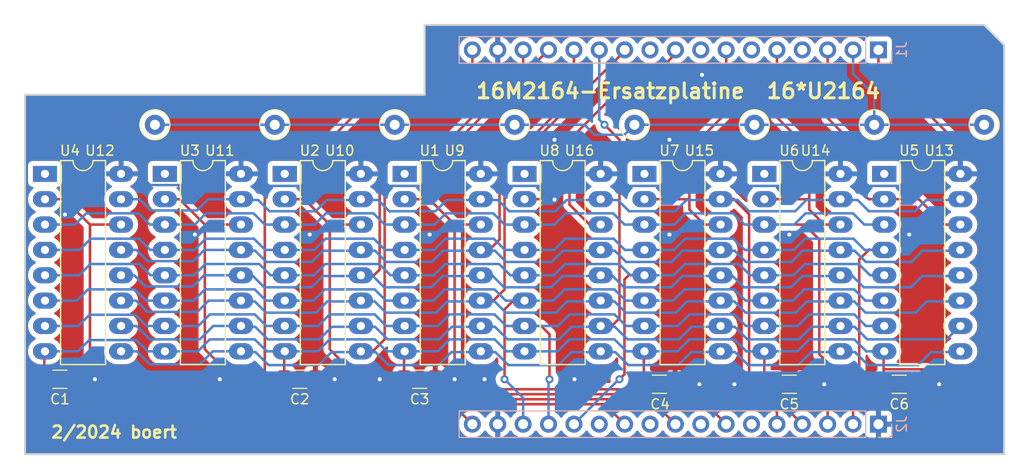
<source format=kicad_pcb>
(kicad_pcb (version 20221018) (generator pcbnew)
  (title_block (title "16M2164-Ersatzplatine") (date "5.2.2024") (rev "1") (company "KC-Klub"))
  (layers (0 "F.Cu" signal) (31 "B.Cu" signal) (34 "B.Paste" user) (35 "F.Paste" user) (36 "B.SilkS" user "B.Silkscreen") (37 "F.SilkS" user "F.Silkscreen") (38 "B.Mask" user) (39 "F.Mask" user) (44 "Edge.Cuts" user))
  (net 0 "")
  (net 1 "{slash}CAS1")
  (net 2 "D4")
  (net 4 "D5")
  (net 6 "D6")
  (net 8 "D7")
  (net 10 "A4")
  (net 11 "A5")
  (net 12 "A6")
  (net 13 "A7")
  (net 14 "A3")
  (net 15 "{slash}RAS")
  (net 16 "{slash}WE")
  (net 17 "{slash}CAS0")
  (net 18 "D0")
  (net 20 "D1")
  (net 22 "D2")
  (net 24 "D3")
  (net 26 "A0")
  (net 27 "A1")
  (net 28 "A2")
  (net 29 "+5V")
  (net 30 "GND")
  (footprint "Package_DIP:DIP-16_W7.62mm_LongPads" (layer "F.Cu") (at 183.24 94.92)
    (fp_text reference "U5")
    (fp_text value "U2164C")
  )
  (footprint "Package_DIP:DIP-16_W7.62mm_LongPads" (layer "F.Cu") (at 171.24 94.92)
    (fp_text reference "U14")
    (fp_text value "U2164C")
  )
  (footprint "Capacitor_SMD:C_1206_3216Metric_Pad1.33x1.80mm_HandSolder" (layer "F.Cu") (at 184.74 116)
    (fp_text reference "C6")
    (fp_text value "100nF")
  )
  (footprint "Package_DIP:DIP-16_W7.62mm_LongPads" (layer "F.Cu") (at 147.24 94.92)
    (fp_text reference "U8")
    (fp_text value "U2164C")
  )
  (footprint "Package_DIP:DIP-16_W7.62mm_LongPads" (layer "F.Cu") (at 147.24 94.92)
    (fp_text reference "U16")
    (fp_text value "U2164C")
  )
  (footprint "Package_DIP:DIP-16_W7.62mm_LongPads" (layer "F.Cu") (at 159.24 94.92)
    (fp_text reference "U7")
    (fp_text value "U2164C")
  )
  (footprint "Package_DIP:DIP-16_W7.62mm_LongPads" (layer "F.Cu") (at 111.24 94.92)
    (fp_text reference "U11")
    (fp_text value "U2164C")
  )
  (footprint "Capacitor_SMD:C_1206_3216Metric_Pad1.33x1.80mm_HandSolder" (layer "F.Cu") (at 173.74 116)
    (fp_text reference "C5")
    (fp_text value "100nF")
  )
  (footprint "Package_DIP:DIP-16_W7.62mm_LongPads" (layer "F.Cu") (at 135.24 94.92)
    (fp_text reference "U1")
    (fp_text value "U2164C")
  )
  (footprint "TestPoint:TestPoint_Loop_D1.80mm_Drill1.0mm_Beaded" (layer "F.Cu") (at 182.24 90 -90)
    (fp_text reference "TP2" hide)
    (fp_text value "TestPoint" hide)
  )
  (footprint "Package_DIP:DIP-16_W7.62mm_LongPads" (layer "F.Cu") (at 99.24 94.92)
    (fp_text reference "U12")
    (fp_text value "U2164C")
  )
  (footprint "TestPoint:TestPoint_Loop_D1.80mm_Drill1.0mm_Beaded" (layer "F.Cu") (at 122.24 90 -90)
    (fp_text reference "TP7" hide)
    (fp_text value "TestPoint" hide)
  )
  (footprint "Capacitor_SMD:C_1206_3216Metric_Pad1.33x1.80mm_HandSolder" (layer "F.Cu") (at 124.74 115.5)
    (fp_text reference "C2")
    (fp_text value "100nF")
  )
  (footprint "Package_DIP:DIP-16_W7.62mm_LongPads" (layer "F.Cu") (at 123.24 94.92)
    (fp_text reference "U2")
    (fp_text value "U2164C")
  )
  (footprint "Capacitor_SMD:C_1206_3216Metric_Pad1.33x1.80mm_HandSolder" (layer "F.Cu") (at 100.74 115.5)
    (fp_text reference "C1")
    (fp_text value "100nF")
  )
  (footprint "Capacitor_SMD:C_1206_3216Metric_Pad1.33x1.80mm_HandSolder" (layer "F.Cu") (at 136.74 115.5)
    (fp_text reference "C3")
    (fp_text value "100nF")
  )
  (footprint "Package_DIP:DIP-16_W7.62mm_LongPads" (layer "F.Cu") (at 159.24 94.92)
    (fp_text reference "U15")
    (fp_text value "U2164C")
  )
  (footprint "TestPoint:TestPoint_Loop_D1.80mm_Drill1.0mm_Beaded" (layer "F.Cu") (at 146.24 90 -90)
    (fp_text reference "TP5" hide)
    (fp_text value "TestPoint" hide)
  )
  (footprint "TestPoint:TestPoint_Loop_D1.80mm_Drill1.0mm_Beaded" (layer "F.Cu") (at 158.24 90 -90)
    (fp_text reference "TP4" hide)
    (fp_text value "TestPoint" hide)
  )
  (footprint "Package_DIP:DIP-16_W7.62mm_LongPads" (layer "F.Cu") (at 123.24 94.92)
    (fp_text reference "U10")
    (fp_text value "U2164C")
  )
  (footprint "Package_DIP:DIP-16_W7.62mm_LongPads" (layer "F.Cu") (at 111.24 94.92)
    (fp_text reference "U3")
    (fp_text value "U2164C")
  )
  (footprint "TestPoint:TestPoint_Loop_D1.80mm_Drill1.0mm_Beaded" (layer "F.Cu") (at 110.24 90 -90)
    (fp_text reference "TP8" hide)
    (fp_text value "TestPoint" hide)
  )
  (footprint "Package_DIP:DIP-16_W7.62mm_LongPads" (layer "F.Cu") (at 135.24 94.92)
    (fp_text reference "U9")
    (fp_text value "U2164C")
  )
  (footprint "Capacitor_SMD:C_1206_3216Metric_Pad1.33x1.80mm_HandSolder" (layer "F.Cu") (at 160.74 116)
    (fp_text reference "C4")
    (fp_text value "100nF")
  )
  (footprint "TestPoint:TestPoint_Loop_D1.80mm_Drill1.0mm_Beaded" (layer "F.Cu") (at 193.24 90 -90)
    (fp_text reference "TP1" hide)
    (fp_text value "TestPoint" hide)
  )
  (footprint "TestPoint:TestPoint_Loop_D1.80mm_Drill1.0mm_Beaded" (layer "F.Cu") (at 134.24 90 -90)
    (fp_text reference "TP6" hide)
    (fp_text value "TestPoint" hide)
  )
  (footprint "Package_DIP:DIP-16_W7.62mm_LongPads" (layer "F.Cu") (at 99.24 94.92)
    (fp_text reference "U4")
    (fp_text value "U2164C")
  )
  (footprint "TestPoint:TestPoint_Loop_D1.80mm_Drill1.0mm_Beaded" (layer "F.Cu") (at 170.24 90 -90)
    (fp_text reference "TP3" hide)
    (fp_text value "TestPoint" hide)
  )
  (footprint "Package_DIP:DIP-16_W7.62mm_LongPads" (layer "F.Cu") (at 171.24 94.92)
    (fp_text reference "U6")
    (fp_text value "U2164C")
  )
  (footprint "Package_DIP:DIP-16_W7.62mm_LongPads" (layer "F.Cu") (at 183.24 94.92)
    (fp_text reference "U13")
    (fp_text value "U2164C")
  )
  (footprint "Connector_PinHeader_2.54mm:PinHeader_1x17_P2.54mm_Vertical" (layer "B.Cu") (at 182.66 120 90)
    (fp_text reference "J2")
    (fp_text value "Conn_01x17")
  )
  (footprint "Connector_PinHeader_2.54mm:PinHeader_1x17_P2.54mm_Vertical" (layer "B.Cu") (at 182.66 82.5 90)
    (fp_text reference "J1")
    (fp_text value "Conn_01x17")
  )
  (gr_line (start 137.24 80) (end 193.24 80) (stroke (width 0.2)) (layer "Edge.Cuts"))
  (gr_line (start 193.24 80) (end 195.24 82) (stroke (width 0.2)) (layer "Edge.Cuts"))
  (gr_line (start 97.24 87) (end 137.24 87) (stroke (width 0.2)) (layer "Edge.Cuts"))
  (gr_line (start 137.24 87) (end 137.24 80) (stroke (width 0.2)) (layer "Edge.Cuts"))
  (gr_line (start 195.24 123) (end 97.24 123) (stroke (width 0.2)) (layer "Edge.Cuts"))
  (gr_line (start 195.24 82) (end 195.24 123) (stroke (width 0.2)) (layer "Edge.Cuts"))
  (gr_line (start 97.24 123) (end 97.24 87) (stroke (width 0.2)) (layer "Edge.Cuts"))
  (gr_text "2/2024 boert" (at 99.74 121.5) (layer "F.SilkS") (effects (font (size 1.2 1.2) (thickness 0.25) bold) (justify left bottom)))
  (gr_text "16M2164-Ersatzplatine  16*U2164" (at 142.24 87.5) (layer "F.SilkS") (effects (font (size 1.5 1.5) (thickness 0.3) bold) (justify left bottom)))
  (segment (start 158.24 90) (end 170.24 90) (width 0.25) (layer "B.Cu") (net 1))
  (segment (start 146.24 90) (end 153.24 90) (width 0.25) (layer "B.Cu") (net 1))
  (segment (start 180.12 82.5) (end 180.12 84.88) (width 0.25) (layer "B.Cu") (net 1))
  (segment (start 154.24 91) (end 157.24 91) (width 0.25) (layer "B.Cu") (net 1))
  (segment (start 153.24 90) (end 154.24 91) (width 0.25) (layer "B.Cu") (net 1))
  (segment (start 122.24 90) (end 134.24 90) (width 0.25) (layer "B.Cu") (net 1))
  (segment (start 134.24 90) (end 146.24 90) (width 0.25) (layer "B.Cu") (net 1))
  (segment (start 193.24 90) (end 181.24 90) (width 0.25) (layer "B.Cu") (net 1))
  (segment (start 180.12 84.88) (end 182.24 87) (width 0.25) (layer "B.Cu") (net 1))
  (segment (start 157.24 91) (end 158.24 90) (width 0.25) (layer "B.Cu") (net 1))
  (segment (start 182.24 87) (end 182.24 90) (width 0.25) (layer "B.Cu") (net 1))
  (segment (start 110.24 90) (end 122.24 90) (width 0.25) (layer "B.Cu") (net 1))
  (segment (start 170.24 90) (end 182.24 90) (width 0.25) (layer "B.Cu") (net 1))
  (segment (start 177.58 82.5) (end 177.58 85.34) (width 0.25) (layer "F.Cu") (net 2))
  (segment (start 183.24 97.46) (end 186.7 97.46) (width 0.25) (layer "F.Cu") (net 2))
  (segment (start 181.7 97.46) (end 183.24 97.46) (width 0.25) (layer "F.Cu") (net 2))
  (segment (start 177.58 85.34) (end 177.58 89.34) (width 0.25) (layer "F.Cu") (net 2))
  (segment (start 189.24 100) (end 190.86 100) (width 0.25) (layer "F.Cu") (net 2))
  (segment (start 186.74 97.5) (end 189.24 100) (width 0.25) (layer "F.Cu") (net 2))
  (segment (start 177.58 89.34) (end 181.24 93) (width 0.25) (layer "F.Cu") (net 2))
  (segment (start 181.24 93) (end 181.24 97) (width 0.25) (layer "F.Cu") (net 2))
  (segment (start 181.24 97) (end 181.7 97.46) (width 0.25) (layer "F.Cu") (net 2))
  (segment (start 186.7 97.46) (end 186.74 97.5) (width 0.25) (layer "F.Cu") (net 2))
  (segment (start 177.24 100) (end 178.86 100) (width 0.25) (layer "F.Cu") (net 4))
  (segment (start 172.5 82.5) (end 172.5 89.26) (width 0.25) (layer "F.Cu") (net 4))
  (segment (start 175.74 97.5) (end 175.74 98.5) (width 0.25) (layer "F.Cu") (net 4))
  (segment (start 175.74 92.5) (end 175.74 97.5) (width 0.25) (layer "F.Cu") (net 4))
  (segment (start 172.5 89.26) (end 175.74 92.5) (width 0.25) (layer "F.Cu") (net 4))
  (segment (start 175.7 97.46) (end 175.74 97.5) (width 0.25) (layer "F.Cu") (net 4))
  (segment (start 175.74 98.5) (end 177.24 100) (width 0.25) (layer "F.Cu") (net 4))
  (segment (start 171.24 97.46) (end 175.7 97.46) (width 0.25) (layer "F.Cu") (net 4))
  (segment (start 163.74 92.5) (end 163.74 97.5) (width 0.25) (layer "F.Cu") (net 6))
  (segment (start 163.74 98.5) (end 165.24 100) (width 0.25) (layer "F.Cu") (net 6))
  (segment (start 163.74 97.5) (end 163.74 98.5) (width 0.25) (layer "F.Cu") (net 6))
  (segment (start 165.24 100) (end 166.86 100) (width 0.25) (layer "F.Cu") (net 6))
  (segment (start 163.7 97.46) (end 163.74 97.5) (width 0.25) (layer "F.Cu") (net 6))
  (segment (start 167.42 88.82) (end 163.74 92.5) (width 0.25) (layer "F.Cu") (net 6))
  (segment (start 159.24 97.46) (end 163.7 97.46) (width 0.25) (layer "F.Cu") (net 6))
  (segment (start 167.42 82.5) (end 167.42 88.82) (width 0.25) (layer "F.Cu") (net 6))
  (segment (start 151.74 96.88) (end 151.74 98) (width 0.25) (layer "F.Cu") (net 8))
  (segment (start 150.74 95.5) (end 151.74 95.5) (width 0.25) (layer "F.Cu") (net 8))
  (segment (start 162.34 82.5) (end 162.34 82.9) (width 0.25) (layer "F.Cu") (net 8))
  (segment (start 151.74 95.5) (end 151.74 96.88) (width 0.25) (layer "F.Cu") (net 8))
  (segment (start 147.24 97.46) (end 148.78 97.46) (width 0.25) (layer "F.Cu") (net 8))
  (segment (start 162.34 82.9) (end 157.74 87.5) (width 0.25) (layer "F.Cu") (net 8))
  (segment (start 155.74 87.5) (end 151.74 91.5) (width 0.25) (layer "F.Cu") (net 8))
  (segment (start 157.74 87.5) (end 155.74 87.5) (width 0.25) (layer "F.Cu") (net 8))
  (segment (start 153.74 100) (end 154.86 100) (width 0.25) (layer "F.Cu") (net 8))
  (segment (start 148.78 97.46) (end 150.74 95.5) (width 0.25) (layer "F.Cu") (net 8))
  (segment (start 151.74 91.5) (end 151.74 95.5) (width 0.25) (layer "F.Cu") (net 8))
  (segment (start 151.74 98) (end 153.74 100) (width 0.25) (layer "F.Cu") (net 8))
  (segment (start 144.12 107.62) (end 142.86 107.62) (width 0.25) (layer "F.Cu") (net 10))
  (segment (start 145.24 106.5) (end 144.12 107.62) (width 0.25) (layer "F.Cu") (net 10))
  (segment (start 157.26 82.616396) (end 147.376396 92.5) (width 0.25) (layer "F.Cu") (net 10))
  (segment (start 146.625 92.5) (end 145.24 93.885) (width 0.25) (layer "F.Cu") (net 10))
  (segment (start 157.26 82.5) (end 157.26 82.616396) (width 0.25) (layer "F.Cu") (net 10))
  (segment (start 145.24 93.885) (end 145.24 106.5) (width 0.25) (layer "F.Cu") (net 10))
  (segment (start 147.376396 92.5) (end 146.625 92.5) (width 0.25) (layer "F.Cu") (net 10))
  (segment (start 178.74 107.7) (end 180.24 107.7) (width 0.25) (layer "B.Cu") (net 10))
  (segment (start 126.375 108.825) (end 127.5 107.7) (width 0.25) (layer "B.Cu") (net 10))
  (segment (start 133.365 108.825) (end 138.375 108.825) (width 0.25) (layer "B.Cu") (net 10))
  (segment (start 109.485 108.745) (end 114.495 108.745) (width 0.25) (layer "B.Cu") (net 10))
  (segment (start 139.5 107.7) (end 142.74 107.7) (width 0.25) (layer "B.Cu") (net 10))
  (segment (start 180.24 107.7) (end 181.365 108.825) (width 0.25) (layer "B.Cu") (net 10))
  (segment (start 144.24 107.7) (end 145.365 108.825) (width 0.25) (layer "B.Cu") (net 10))
  (segment (start 151.5 107.7) (end 154.74 107.7) (width 0.25) (layer "B.Cu") (net 10))
  (segment (start 157.365 108.825) (end 162.375 108.825) (width 0.25) (layer "B.Cu") (net 10))
  (segment (start 138.375 108.825) (end 139.5 107.7) (width 0.25) (layer "B.Cu") (net 10))
  (segment (start 150.375 108.825) (end 151.5 107.7) (width 0.25) (layer "B.Cu") (net 10))
  (segment (start 127.5 107.7) (end 130.74 107.7) (width 0.25) (layer "B.Cu") (net 10))
  (segment (start 168.24 107.7) (end 169.365 108.825) (width 0.25) (layer "B.Cu") (net 10))
  (segment (start 114.495 108.745) (end 115.62 107.62) (width 0.25) (layer "B.Cu") (net 10))
  (segment (start 108.36 107.62) (end 109.485 108.745) (width 0.25) (layer "B.Cu") (net 10))
  (segment (start 154.74 107.7) (end 156.24 107.7) (width 0.25) (layer "B.Cu") (net 10))
  (segment (start 169.365 108.825) (end 174.375 108.825) (width 0.25) (layer "B.Cu") (net 10))
  (segment (start 121.365 108.825) (end 126.375 108.825) (width 0.25) (layer "B.Cu") (net 10))
  (segment (start 132.24 107.7) (end 133.365 108.825) (width 0.25) (layer "B.Cu") (net 10))
  (segment (start 174.375 108.825) (end 175.5 107.7) (width 0.25) (layer "B.Cu") (net 10))
  (segment (start 142.74 107.7) (end 144.24 107.7) (width 0.25) (layer "B.Cu") (net 10))
  (segment (start 187.5 107.7) (end 190.74 107.7) (width 0.25) (layer "B.Cu") (net 10))
  (segment (start 118.74 107.7) (end 120.24 107.7) (width 0.25) (layer "B.Cu") (net 10))
  (segment (start 166.74 107.7) (end 168.24 107.7) (width 0.25) (layer "B.Cu") (net 10))
  (segment (start 120.24 107.7) (end 121.365 108.825) (width 0.25) (layer "B.Cu") (net 10))
  (segment (start 115.62 107.62) (end 118.86 107.62) (width 0.25) (layer "B.Cu") (net 10))
  (segment (start 163.5 107.7) (end 166.74 107.7) (width 0.25) (layer "B.Cu") (net 10))
  (segment (start 156.24 107.7) (end 157.365 108.825) (width 0.25) (layer "B.Cu") (net 10))
  (segment (start 181.365 108.825) (end 186.375 108.825) (width 0.25) (layer "B.Cu") (net 10))
  (segment (start 145.365 108.825) (end 150.375 108.825) (width 0.25) (layer "B.Cu") (net 10))
  (segment (start 175.5 107.7) (end 178.74 107.7) (width 0.25) (layer "B.Cu") (net 10))
  (segment (start 130.74 107.7) (end 132.24 107.7) (width 0.25) (layer "B.Cu") (net 10))
  (segment (start 162.375 108.825) (end 163.5 107.7) (width 0.25) (layer "B.Cu") (net 10))
  (segment (start 106.86 107.62) (end 108.36 107.62) (width 0.25) (layer "B.Cu") (net 10))
  (segment (start 186.375 108.825) (end 187.5 107.7) (width 0.25) (layer "B.Cu") (net 10))
  (segment (start 155.97 110.16) (end 154.86 110.16) (width 0.25) (layer "F.Cu") (net 11))
  (segment (start 155.24 90) (end 156.74 91.5) (width 0.25) (layer "F.Cu") (net 11))
  (segment (start 156.74 91.5) (end 156.74 109.39) (width 0.25) (layer "F.Cu") (net 11))
  (segment (start 156.74 109.39) (end 155.97 110.16) (width 0.25) (layer "F.Cu") (net 11))
  (via (at 155.24 90) (size 0.8) (drill 0.4) (layers "F.Cu" "B.Cu") (net 11))
  (segment (start 114.74 111.5) (end 116.08 110.16) (width 0.25) (layer "B.Cu") (net 11))
  (segment (start 139.96 110.24) (end 144.28 110.24) (width 0.25) (layer "B.Cu") (net 11))
  (segment (start 175.96 110.24) (end 180.28 110.24) (width 0.25) (layer "B.Cu") (net 11))
  (segment (start 162.7 111.5) (end 163.96 110.24) (width 0.25) (layer "B.Cu") (net 11))
  (segment (start 144.28 110.24) (end 145.54 111.5) (width 0.25) (layer "B.Cu") (net 11))
  (segment (start 163.96 110.24) (end 168.28 110.24) (width 0.25) (layer "B.Cu") (net 11))
  (segment (start 157.54 111.5) (end 162.7 111.5) (width 0.25) (layer "B.Cu") (net 11))
  (segment (start 106.86 110.16) (end 108.4 110.16) (width 0.25) (layer "B.Cu") (net 11))
  (segment (start 151.96 110.24) (end 156.28 110.24) (width 0.25) (layer "B.Cu") (net 11))
  (segment (start 120.28 110.24) (end 121.54 111.5) (width 0.25) (layer "B.Cu") (net 11))
  (segment (start 116.08 110.16) (end 118.86 110.16) (width 0.25) (layer "B.Cu") (net 11))
  (segment (start 108.4 110.16) (end 109.74 111.5) (width 0.25) (layer "B.Cu") (net 11))
  (segment (start 168.28 110.24) (end 169.54 111.5) (width 0.25) (layer "B.Cu") (net 11))
  (segment (start 127.96 110.24) (end 132.28 110.24) (width 0.25) (layer "B.Cu") (net 11))
  (segment (start 126.7 111.5) (end 127.96 110.24) (width 0.25) (layer "B.Cu") (net 11))
  (segment (start 133.54 111.5) (end 138.7 111.5) (width 0.25) (layer "B.Cu") (net 11))
  (segment (start 181.54 111.5) (end 189.48 111.5) (width 0.25) (layer "B.Cu") (net 11))
  (segment (start 109.74 111.5) (end 114.74 111.5) (width 0.25) (layer "B.Cu") (net 11))
  (segment (start 145.54 111.5) (end 150.7 111.5) (width 0.25) (layer "B.Cu") (net 11))
  (segment (start 169.54 111.5) (end 174.7 111.5) (width 0.25) (layer "B.Cu") (net 11))
  (segment (start 138.7 111.5) (end 139.96 110.24) (width 0.25) (layer "B.Cu") (net 11))
  (segment (start 121.54 111.5) (end 126.7 111.5) (width 0.25) (layer "B.Cu") (net 11))
  (segment (start 180.28 110.24) (end 181.54 111.5) (width 0.25) (layer "B.Cu") (net 11))
  (segment (start 118.74 110.24) (end 120.28 110.24) (width 0.25) (layer "B.Cu") (net 11))
  (segment (start 189.48 111.5) (end 190.74 110.24) (width 0.25) (layer "B.Cu") (net 11))
  (segment (start 132.28 110.24) (end 133.54 111.5) (width 0.25) (layer "B.Cu") (net 11))
  (segment (start 156.28 110.24) (end 157.54 111.5) (width 0.25) (layer "B.Cu") (net 11))
  (segment (start 154.72 89.48) (end 154.72 82.5) (width 0.25) (layer "B.Cu") (net 11))
  (segment (start 174.7 111.5) (end 175.96 110.24) (width 0.25) (layer "B.Cu") (net 11))
  (segment (start 155.24 90) (end 154.72 89.48) (width 0.25) (layer "B.Cu") (net 11))
  (segment (start 150.7 111.5) (end 151.96 110.24) (width 0.25) (layer "B.Cu") (net 11))
  (segment (start 143.7 102.54) (end 142.86 102.54) (width 0.25) (layer "F.Cu") (net 12))
  (segment (start 147.24 92) (end 146.24 92) (width 0.25) (layer "F.Cu") (net 12))
  (segment (start 146.24 92) (end 144.74 93.5) (width 0.25) (layer "F.Cu") (net 12))
  (segment (start 144.74 93.5) (end 144.74 101.5) (width 0.25) (layer "F.Cu") (net 12))
  (segment (start 152.18 87.06) (end 147.24 92) (width 0.25) (layer "F.Cu") (net 12))
  (segment (start 144.74 101.5) (end 143.7 102.54) (width 0.25) (layer "F.Cu") (net 12))
  (segment (start 152.18 82.5) (end 152.18 87.06) (width 0.25) (layer "F.Cu") (net 12))
  (segment (start 151.08 102.62) (end 154.74 102.62) (width 0.25) (layer "B.Cu") (net 12))
  (segment (start 106.86 102.54) (end 108.395 102.54) (width 0.25) (layer "B.Cu") (net 12))
  (segment (start 118.74 102.62) (end 120.275 102.62) (width 0.25) (layer "B.Cu") (net 12))
  (segment (start 187.08 102.62) (end 190.74 102.62) (width 0.25) (layer "B.Cu") (net 12))
  (segment (start 149.955 103.745) (end 151.08 102.62) (width 0.25) (layer "B.Cu") (net 12))
  (segment (start 120.275 102.62) (end 121.4 103.745) (width 0.25) (layer "B.Cu") (net 12))
  (segment (start 173.955 103.745) (end 175.08 102.62) (width 0.25) (layer "B.Cu") (net 12))
  (segment (start 130.74 102.62) (end 132.275 102.62) (width 0.25) (layer "B.Cu") (net 12))
  (segment (start 142.74 102.62) (end 144.275 102.62) (width 0.25) (layer "B.Cu") (net 12))
  (segment (start 156.275 102.62) (end 157.4 103.745) (width 0.25) (layer "B.Cu") (net 12))
  (segment (start 139.08 102.62) (end 142.74 102.62) (width 0.25) (layer "B.Cu") (net 12))
  (segment (start 181.4 103.745) (end 185.955 103.745) (width 0.25) (layer "B.Cu") (net 12))
  (segment (start 132.275 102.62) (end 133.4 103.745) (width 0.25) (layer "B.Cu") (net 12))
  (segment (start 145.4 103.745) (end 149.955 103.745) (width 0.25) (layer "B.Cu") (net 12))
  (segment (start 185.955 103.745) (end 187.08 102.62) (width 0.25) (layer "B.Cu") (net 12))
  (segment (start 137.955 103.745) (end 139.08 102.62) (width 0.25) (layer "B.Cu") (net 12))
  (segment (start 169.4 103.745) (end 173.955 103.745) (width 0.25) (layer "B.Cu") (net 12))
  (segment (start 144.275 102.62) (end 145.4 103.745) (width 0.25) (layer "B.Cu") (net 12))
  (segment (start 157.4 103.745) (end 161.955 103.745) (width 0.25) (layer "B.Cu") (net 12))
  (segment (start 154.74 102.62) (end 156.275 102.62) (width 0.25) (layer "B.Cu") (net 12))
  (segment (start 127.08 102.62) (end 130.74 102.62) (width 0.25) (layer "B.Cu") (net 12))
  (segment (start 166.74 102.62) (end 168.275 102.62) (width 0.25) (layer "B.Cu") (net 12))
  (segment (start 175.08 102.62) (end 178.74 102.62) (width 0.25) (layer "B.Cu") (net 12))
  (segment (start 163.08 102.62) (end 166.74 102.62) (width 0.25) (layer "B.Cu") (net 12))
  (segment (start 161.955 103.745) (end 163.08 102.62) (width 0.25) (layer "B.Cu") (net 12))
  (segment (start 180.275 102.62) (end 181.4 103.745) (width 0.25) (layer "B.Cu") (net 12))
  (segment (start 168.275 102.62) (end 169.4 103.745) (width 0.25) (layer "B.Cu") (net 12))
  (segment (start 125.955 103.745) (end 127.08 102.62) (width 0.25) (layer "B.Cu") (net 12))
  (segment (start 133.4 103.745) (end 137.955 103.745) (width 0.25) (layer "B.Cu") (net 12))
  (segment (start 115.2 102.54) (end 118.86 102.54) (width 0.25) (layer "B.Cu") (net 12))
  (segment (start 114.075 103.665) (end 115.2 102.54) (width 0.25) (layer "B.Cu") (net 12))
  (segment (start 178.74 102.62) (end 180.275 102.62) (width 0.25) (layer "B.Cu") (net 12))
  (segment (start 121.4 103.745) (end 125.955 103.745) (width 0.25) (layer "B.Cu") (net 12))
  (segment (start 108.395 102.54) (end 109.52 103.665) (width 0.25) (layer "B.Cu") (net 12))
  (segment (start 109.52 103.665) (end 114.075 103.665) (width 0.25) (layer "B.Cu") (net 12))
  (segment (start 149.64 82.5) (end 139.14 93) (width 0.25) (layer "F.Cu") (net 13))
  (segment (start 139.14 93) (end 133.74 93) (width 0.25) (layer "F.Cu") (net 13))
  (segment (start 132.04 112.7) (end 130.86 112.7) (width 0.25) (layer "F.Cu") (net 13))
  (segment (start 133.24 111.5) (end 132.04 112.7) (width 0.25) (layer "F.Cu") (net 13))
  (segment (start 133.74 93) (end 133.24 93.5) (width 0.25) (layer "F.Cu") (net 13))
  (segment (start 133.24 93.5) (end 133.24 111.5) (width 0.25) (layer "F.Cu") (net 13))
  (segment (start 168.32 112.78) (end 169.62 114.08) (width 0.25) (layer "B.Cu") (net 13))
  (segment (start 178.74 112.78) (end 180.32 112.78) (width 0.25) (layer "B.Cu") (net 13))
  (segment (start 120.32 112.78) (end 121.62 114.08) (width 0.25) (layer "B.Cu") (net 13))
  (segment (start 118.74 112.78) (end 120.32 112.78) (width 0.25) (layer "B.Cu") (net 13))
  (segment (start 114.74 114) (end 116.04 112.7) (width 0.25) (layer "B.Cu") (net 13))
  (segment (start 108.44 112.7) (end 109.74 114) (width 0.25) (layer "B.Cu") (net 13))
  (segment (start 186.62 114.08) (end 187.92 112.78) (width 0.25) (layer "B.Cu") (net 13))
  (segment (start 106.86 112.7) (end 108.44 112.7) (width 0.25) (layer "B.Cu") (net 13))
  (segment (start 166.74 112.78) (end 168.32 112.78) (width 0.25) (layer "B.Cu") (net 13))
  (segment (start 145.62 114.08) (end 150.62 114.08) (width 0.25) (layer "B.Cu") (net 13))
  (segment (start 156.32 112.78) (end 157.62 114.08) (width 0.25) (layer "B.Cu") (net 13))
  (segment (start 142.74 112.78) (end 144.32 112.78) (width 0.25) (layer "B.Cu") (net 13))
  (segment (start 154.74 112.78) (end 156.32 112.78) (width 0.25) (layer "B.Cu") (net 13))
  (segment (start 139.92 112.78) (end 142.74 112.78) (width 0.25) (layer "B.Cu") (net 13))
  (segment (start 132.32 112.78) (end 133.62 114.08) (width 0.25) (layer "B.Cu") (net 13))
  (segment (start 180.32 112.78) (end 181.62 114.08) (width 0.25) (layer "B.Cu") (net 13))
  (segment (start 121.62 114.08) (end 126.62 114.08) (width 0.25) (layer "B.Cu") (net 13))
  (segment (start 175.92 112.78) (end 178.74 112.78) (width 0.25) (layer "B.Cu") (net 13))
  (segment (start 174.62 114.08) (end 175.92 112.78) (width 0.25) (layer "B.Cu") (net 13))
  (segment (start 181.62 114.08) (end 186.62 114.08) (width 0.25) (layer "B.Cu") (net 13))
  (segment (start 169.62 114.08) (end 174.62 114.08) (width 0.25) (layer "B.Cu") (net 13))
  (segment (start 126.62 114.08) (end 127.92 112.78) (width 0.25) (layer "B.Cu") (net 13))
  (segment (start 130.74 112.78) (end 132.32 112.78) (width 0.25) (layer "B.Cu") (net 13))
  (segment (start 116.04 112.7) (end 118.86 112.7) (width 0.25) (layer "B.Cu") (net 13))
  (segment (start 127.92 112.78) (end 130.74 112.78) (width 0.25) (layer "B.Cu") (net 13))
  (segment (start 109.74 114) (end 114.74 114) (width 0.25) (layer "B.Cu") (net 13))
  (segment (start 162.62 114.08) (end 163.92 112.78) (width 0.25) (layer "B.Cu") (net 13))
  (segment (start 187.92 112.78) (end 190.74 112.78) (width 0.25) (layer "B.Cu") (net 13))
  (segment (start 151.92 112.78) (end 154.74 112.78) (width 0.25) (layer "B.Cu") (net 13))
  (segment (start 157.62 114.08) (end 162.62 114.08) (width 0.25) (layer "B.Cu") (net 13))
  (segment (start 163.92 112.78) (end 166.74 112.78) (width 0.25) (layer "B.Cu") (net 13))
  (segment (start 144.32 112.78) (end 145.62 114.08) (width 0.25) (layer "B.Cu") (net 13))
  (segment (start 133.62 114.08) (end 138.62 114.08) (width 0.25) (layer "B.Cu") (net 13))
  (segment (start 138.62 114.08) (end 139.92 112.78) (width 0.25) (layer "B.Cu") (net 13))
  (segment (start 150.62 114.08) (end 151.92 112.78) (width 0.25) (layer "B.Cu") (net 13))
  (segment (start 132.16 105.08) (end 130.86 105.08) (width 0.25) (layer "F.Cu") (net 14))
  (segment (start 147.1 84.14) (end 138.74 92.5) (width 0.25) (layer "F.Cu") (net 14))
  (segment (start 147.1 82.5) (end 147.1 84.14) (width 0.25) (layer "F.Cu") (net 14))
  (segment (start 133.603604 92.5) (end 132.74 93.363604) (width 0.25) (layer "F.Cu") (net 14))
  (segment (start 132.74 93.363604) (end 132.74 104.5) (width 0.25) (layer "F.Cu") (net 14))
  (segment (start 132.74 104.5) (end 132.16 105.08) (width 0.25) (layer "F.Cu") (net 14))
  (segment (start 138.74 92.5) (end 133.603604 92.5) (width 0.25) (layer "F.Cu") (net 14))
  (segment (start 109.308604 106.205) (end 114.035 106.205) (width 0.25) (layer "B.Cu") (net 14))
  (segment (start 115.16 105.08) (end 118.86 105.08) (width 0.25) (layer "B.Cu") (net 14))
  (segment (start 163.04 105.16) (end 166.74 105.16) (width 0.25) (layer "B.Cu") (net 14))
  (segment (start 154.74 105.16) (end 156.063604 105.16) (width 0.25) (layer "B.Cu") (net 14))
  (segment (start 161.915 106.285) (end 163.04 105.16) (width 0.25) (layer "B.Cu") (net 14))
  (segment (start 178.74 105.16) (end 180.063604 105.16) (width 0.25) (layer "B.Cu") (net 14))
  (segment (start 157.188604 106.285) (end 161.915 106.285) (width 0.25) (layer "B.Cu") (net 14))
  (segment (start 173.915 106.285) (end 175.04 105.16) (width 0.25) (layer "B.Cu") (net 14))
  (segment (start 145.188604 106.285) (end 149.915 106.285) (width 0.25) (layer "B.Cu") (net 14))
  (segment (start 132.063604 105.16) (end 133.188604 106.285) (width 0.25) (layer "B.Cu") (net 14))
  (segment (start 156.063604 105.16) (end 157.188604 106.285) (width 0.25) (layer "B.Cu") (net 14))
  (segment (start 114.035 106.205) (end 115.16 105.08) (width 0.25) (layer "B.Cu") (net 14))
  (segment (start 180.063604 105.16) (end 181.188604 106.285) (width 0.25) (layer "B.Cu") (net 14))
  (segment (start 120.063604 105.16) (end 121.188604 106.285) (width 0.25) (layer "B.Cu") (net 14))
  (segment (start 133.188604 106.285) (end 137.915 106.285) (width 0.25) (layer "B.Cu") (net 14))
  (segment (start 169.188604 106.285) (end 173.915 106.285) (width 0.25) (layer "B.Cu") (net 14))
  (segment (start 121.188604 106.285) (end 125.915 106.285) (width 0.25) (layer "B.Cu") (net 14))
  (segment (start 125.915 106.285) (end 127.04 105.16) (width 0.25) (layer "B.Cu") (net 14))
  (segment (start 127.04 105.16) (end 130.74 105.16) (width 0.25) (layer "B.Cu") (net 14))
  (segment (start 168.063604 105.16) (end 169.188604 106.285) (width 0.25) (layer "B.Cu") (net 14))
  (segment (start 149.915 106.285) (end 151.04 105.16) (width 0.25) (layer "B.Cu") (net 14))
  (segment (start 144.063604 105.16) (end 145.188604 106.285) (width 0.25) (layer "B.Cu") (net 14))
  (segment (start 181.188604 106.285) (end 185.915 106.285) (width 0.25) (layer "B.Cu") (net 14))
  (segment (start 108.183604 105.08) (end 109.308604 106.205) (width 0.25) (layer "B.Cu") (net 14))
  (segment (start 139.04 105.16) (end 142.74 105.16) (width 0.25) (layer "B.Cu") (net 14))
  (segment (start 175.04 105.16) (end 178.74 105.16) (width 0.25) (layer "B.Cu") (net 14))
  (segment (start 151.04 105.16) (end 154.74 105.16) (width 0.25) (layer "B.Cu") (net 14))
  (segment (start 166.74 105.16) (end 168.063604 105.16) (width 0.25) (layer "B.Cu") (net 14))
  (segment (start 130.74 105.16) (end 132.063604 105.16) (width 0.25) (layer "B.Cu") (net 14))
  (segment (start 187.04 105.16) (end 190.74 105.16) (width 0.25) (layer "B.Cu") (net 14))
  (segment (start 185.915 106.285) (end 187.04 105.16) (width 0.25) (layer "B.Cu") (net 14))
  (segment (start 137.915 106.285) (end 139.04 105.16) (width 0.25) (layer "B.Cu") (net 14))
  (segment (start 142.74 105.16) (end 144.063604 105.16) (width 0.25) (layer "B.Cu") (net 14))
  (segment (start 118.74 105.16) (end 120.063604 105.16) (width 0.25) (layer "B.Cu") (net 14))
  (segment (start 106.86 105.08) (end 108.183604 105.08) (width 0.25) (layer "B.Cu") (net 14))
  (segment (start 180.12 118.5) (end 180.74 117.88) (width 0.25) (layer "F.Cu") (net 15))
  (segment (start 181.78 102.54) (end 183.24 102.54) (width 0.25) (layer "F.Cu") (net 15))
  (segment (start 181.74 102.5) (end 181.78 102.54) (width 0.25) (layer "F.Cu") (net 15))
  (segment (start 180.74 117.88) (end 180.74 103.5) (width 0.25) (layer "F.Cu") (net 15))
  (segment (start 180.74 103.5) (end 181.74 102.5) (width 0.25) (layer "F.Cu") (net 15))
  (segment (start 180.12 118.5) (end 180.12 120) (width 0.25) (layer "F.Cu") (net 15))
  (segment (start 139.325 101.415) (end 144.155 101.415) (width 0.25) (layer "B.Cu") (net 15))
  (segment (start 109.78 102.54) (end 111.24 102.54) (width 0.25) (layer "B.Cu") (net 15))
  (segment (start 135.24 102.54) (end 138.2 102.54) (width 0.25) (layer "B.Cu") (net 15))
  (segment (start 171.24 102.54) (end 174.2 102.54) (width 0.25) (layer "B.Cu") (net 15))
  (segment (start 144.155 101.415) (end 145.28 102.54) (width 0.25) (layer "B.Cu") (net 15))
  (segment (start 123.24 102.54) (end 126.2 102.54) (width 0.25) (layer "B.Cu") (net 15))
  (segment (start 138.2 102.54) (end 139.325 101.415) (width 0.25) (layer "B.Cu") (net 15))
  (segment (start 156.155 101.415) (end 157.28 102.54) (width 0.25) (layer "B.Cu") (net 15))
  (segment (start 181.28 102.54) (end 183.24 102.54) (width 0.25) (layer "B.Cu") (net 15))
  (segment (start 175.325 101.415) (end 180.155 101.415) (width 0.25) (layer "B.Cu") (net 15))
  (segment (start 114.2 102.54) (end 115.325 101.415) (width 0.25) (layer "B.Cu") (net 15))
  (segment (start 102.7 102.54) (end 103.825 101.415) (width 0.25) (layer "B.Cu") (net 15))
  (segment (start 99.24 102.54) (end 102.7 102.54) (width 0.25) (layer "B.Cu") (net 15))
  (segment (start 115.325 101.415) (end 120.155 101.415) (width 0.25) (layer "B.Cu") (net 15))
  (segment (start 162.2 102.54) (end 163.325 101.415) (width 0.25) (layer "B.Cu") (net 15))
  (segment (start 120.155 101.415) (end 121.28 102.54) (width 0.25) (layer "B.Cu") (net 15))
  (segment (start 111.24 102.54) (end 114.2 102.54) (width 0.25) (layer "B.Cu") (net 15))
  (segment (start 150.2 102.54) (end 151.325 101.415) (width 0.25) (layer "B.Cu") (net 15))
  (segment (start 180.155 101.415) (end 181.28 102.54) (width 0.25) (layer "B.Cu") (net 15))
  (segment (start 174.2 102.54) (end 175.325 101.415) (width 0.25) (layer "B.Cu") (net 15))
  (segment (start 169.28 102.54) (end 171.24 102.54) (width 0.25) (layer "B.Cu") (net 15))
  (segment (start 121.28 102.54) (end 123.24 102.54) (width 0.25) (layer "B.Cu") (net 15))
  (segment (start 126.2 102.54) (end 127.325 101.415) (width 0.25) (layer "B.Cu") (net 15))
  (segment (start 132.155 101.415) (end 133.28 102.54) (width 0.25) (layer "B.Cu") (net 15))
  (segment (start 133.28 102.54) (end 135.24 102.54) (width 0.25) (layer "B.Cu") (net 15))
  (segment (start 163.325 101.415) (end 168.155 101.415) (width 0.25) (layer "B.Cu") (net 15))
  (segment (start 108.655 101.415) (end 109.78 102.54) (width 0.25) (layer "B.Cu") (net 15))
  (segment (start 151.325 101.415) (end 156.155 101.415) (width 0.25) (layer "B.Cu") (net 15))
  (segment (start 145.28 102.54) (end 147.24 102.54) (width 0.25) (layer "B.Cu") (net 15))
  (segment (start 147.24 102.54) (end 150.2 102.54) (width 0.25) (layer "B.Cu") (net 15))
  (segment (start 168.155 101.415) (end 169.28 102.54) (width 0.25) (layer "B.Cu") (net 15))
  (segment (start 103.825 101.415) (end 108.655 101.415) (width 0.25) (layer "B.Cu") (net 15))
  (segment (start 159.24 102.54) (end 162.2 102.54) (width 0.25) (layer "B.Cu") (net 15))
  (segment (start 157.28 102.54) (end 159.24 102.54) (width 0.25) (layer "B.Cu") (net 15))
  (segment (start 127.325 101.415) (end 132.155 101.415) (width 0.25) (layer "B.Cu") (net 15))
  (segment (start 177.58 118.66) (end 177.58 120) (width 0.25) (layer "F.Cu") (net 16))
  (segment (start 175.24 100) (end 176.74 101.5) (width 0.25) (layer "F.Cu") (net 16))
  (segment (start 178.24 118) (end 177.58 118.66) (width 0.25) (layer "F.Cu") (net 16))
  (segment (start 178.24 114.5) (end 178.24 118) (width 0.25) (layer "F.Cu") (net 16))
  (segment (start 171.24 100) (end 175.24 100) (width 0.25) (layer "F.Cu") (net 16))
  (segment (start 176.74 113) (end 178.24 114.5) (width 0.25) (layer "F.Cu") (net 16))
  (segment (start 176.74 101.5) (end 176.74 113) (width 0.25) (layer "F.Cu") (net 16))
  (segment (start 111.24 100) (end 114.24 100) (width 0.25) (layer "B.Cu") (net 16))
  (segment (start 171.24 100) (end 174.24 100) (width 0.25) (layer "B.Cu") (net 16))
  (segment (start 144.115 98.875) (end 145.24 100) (width 0.25) (layer "B.Cu") (net 16))
  (segment (start 169.24 100) (end 171.24 100) (width 0.25) (layer "B.Cu") (net 16))
  (segment (start 181.24 100) (end 183.24 100) (width 0.25) (layer "B.Cu") (net 16))
  (segment (start 108.615 98.875) (end 109.74 100) (width 0.25) (layer "B.Cu") (net 16))
  (segment (start 159.24 100) (end 162.24 100) (width 0.25) (layer "B.Cu") (net 16))
  (segment (start 103.365 98.875) (end 108.615 98.875) (width 0.25) (layer "B.Cu") (net 16))
  (segment (start 145.24 100) (end 147.24 100) (width 0.25) (layer "B.Cu") (net 16))
  (segment (start 163.365 98.875) (end 168.115 98.875) (width 0.25) (layer "B.Cu") (net 16))
  (segment (start 151.365 98.875) (end 156.115 98.875) (width 0.25) (layer "B.Cu") (net 16))
  (segment (start 139.365 98.875) (end 144.115 98.875) (width 0.25) (layer "B.Cu") (net 16))
  (segment (start 157.24 100) (end 159.24 100) (width 0.25) (layer "B.Cu") (net 16))
  (segment (start 115.365 98.875) (end 120.115 98.875) (width 0.25) (layer "B.Cu") (net 16))
  (segment (start 175.365 98.875) (end 180.115 98.875) (width 0.25) (layer "B.Cu") (net 16))
  (segment (start 132.115 98.875) (end 133.24 100) (width 0.25) (layer "B.Cu") (net 16))
  (segment (start 120.115 98.875) (end 121.24 100) (width 0.25) (layer "B.Cu") (net 16))
  (segment (start 102.24 100) (end 103.365 98.875) (width 0.25) (layer "B.Cu") (net 16))
  (segment (start 114.24 100) (end 115.365 98.875) (width 0.25) (layer "B.Cu") (net 16))
  (segment (start 138.24 100) (end 139.365 98.875) (width 0.25) (layer "B.Cu") (net 16))
  (segment (start 126.24 100) (end 127.365 98.875) (width 0.25) (layer "B.Cu") (net 16))
  (segment (start 133.24 100) (end 135.24 100) (width 0.25) (layer "B.Cu") (net 16))
  (segment (start 147.24 100) (end 150.24 100) (width 0.25) (layer "B.Cu") (net 16))
  (segment (start 180.115 98.875) (end 181.24 100) (width 0.25) (layer "B.Cu") (net 16))
  (segment (start 150.24 100) (end 151.365 98.875) (width 0.25) (layer "B.Cu") (net 16))
  (segment (start 123.24 100) (end 126.24 100) (width 0.25) (layer "B.Cu") (net 16))
  (segment (start 99.24 100) (end 102.24 100) (width 0.25) (layer "B.Cu") (net 16))
  (segment (start 135.24 100) (end 138.24 100) (width 0.25) (layer "B.Cu") (net 16))
  (segment (start 156.115 98.875) (end 157.24 100) (width 0.25) (layer "B.Cu") (net 16))
  (segment (start 168.115 98.875) (end 169.24 100) (width 0.25) (layer "B.Cu") (net 16))
  (segment (start 127.365 98.875) (end 132.115 98.875) (width 0.25) (layer "B.Cu") (net 16))
  (segment (start 174.24 100) (end 175.365 98.875) (width 0.25) (layer "B.Cu") (net 16))
  (segment (start 121.24 100) (end 123.24 100) (width 0.25) (layer "B.Cu") (net 16))
  (segment (start 162.24 100) (end 163.365 98.875) (width 0.25) (layer "B.Cu") (net 16))
  (segment (start 109.74 100) (end 111.24 100) (width 0.25) (layer "B.Cu") (net 16))
  (segment (start 172.54 117.5) (end 171.24 117.5) (width 0.25) (layer "F.Cu") (net 17))
  (segment (start 175.04 120) (end 172.54 117.5) (width 0.25) (layer "F.Cu") (net 17))
  (segment (start 169.715 115.975) (end 169.715 98.975) (width 0.25) (layer "F.Cu") (net 17))
  (segment (start 169.715 98.975) (end 168.2 97.46) (width 0.25) (layer "F.Cu") (net 17))
  (segment (start 168.2 97.46) (end 166.86 97.46) (width 0.25) (layer "F.Cu") (net 17))
  (segment (start 171.24 117.5) (end 169.715 115.975) (width 0.25) (layer "F.Cu") (net 17))
  (segment (start 109.825 98.585) (end 114.445 98.585) (width 0.25) (layer "B.Cu") (net 17))
  (segment (start 174.325 98.665) (end 175.45 97.54) (width 0.25) (layer "B.Cu") (net 17))
  (segment (start 120.58 97.54) (end 121.705 98.665) (width 0.25) (layer "B.Cu") (net 17))
  (segment (start 169.705 98.665) (end 174.325 98.665) (width 0.25) (layer "B.Cu") (net 17))
  (segment (start 166.74 97.54) (end 168.58 97.54) (width 0.25) (layer "B.Cu") (net 17))
  (segment (start 156.58 97.54) (end 157.705 98.665) (width 0.25) (layer "B.Cu") (net 17))
  (segment (start 180.58 97.54) (end 181.705 98.665) (width 0.25) (layer "B.Cu") (net 17))
  (segment (start 157.705 98.665) (end 162.325 98.665) (width 0.25) (layer "B.Cu") (net 17))
  (segment (start 178.74 97.54) (end 180.58 97.54) (width 0.25) (layer "B.Cu") (net 17))
  (segment (start 127.45 97.54) (end 130.74 97.54) (width 0.25) (layer "B.Cu") (net 17))
  (segment (start 139.45 97.54) (end 142.74 97.54) (width 0.25) (layer "B.Cu") (net 17))
  (segment (start 163.45 97.54) (end 166.74 97.54) (width 0.25) (layer "B.Cu") (net 17))
  (segment (start 175.45 97.54) (end 178.74 97.54) (width 0.25) (layer "B.Cu") (net 17))
  (segment (start 142.74 97.54) (end 144.58 97.54) (width 0.25) (layer "B.Cu") (net 17))
  (segment (start 121.705 98.665) (end 126.325 98.665) (width 0.25) (layer "B.Cu") (net 17))
  (segment (start 115.57 97.46) (end 118.86 97.46) (width 0.25) (layer "B.Cu") (net 17))
  (segment (start 106.86 97.46) (end 108.7 97.46) (width 0.25) (layer "B.Cu") (net 17))
  (segment (start 114.445 98.585) (end 115.57 97.46) (width 0.25) (layer "B.Cu") (net 17))
  (segment (start 108.7 97.46) (end 109.825 98.585) (width 0.25) (layer "B.Cu") (net 17))
  (segment (start 168.58 97.54) (end 169.705 98.665) (width 0.25) (layer "B.Cu") (net 17))
  (segment (start 187.45 97.54) (end 190.74 97.54) (width 0.25) (layer "B.Cu") (net 17))
  (segment (start 154.74 97.54) (end 156.58 97.54) (width 0.25) (layer "B.Cu") (net 17))
  (segment (start 151.45 97.54) (end 154.74 97.54) (width 0.25) (layer "B.Cu") (net 17))
  (segment (start 130.74 97.54) (end 132.58 97.54) (width 0.25) (layer "B.Cu") (net 17))
  (segment (start 150.325 98.665) (end 151.45 97.54) (width 0.25) (layer "B.Cu") (net 17))
  (segment (start 181.705 98.665) (end 186.325 98.665) (width 0.25) (layer "B.Cu") (net 17))
  (segment (start 126.325 98.665) (end 127.45 97.54) (width 0.25) (layer "B.Cu") (net 17))
  (segment (start 133.705 98.665) (end 138.325 98.665) (width 0.25) (layer "B.Cu") (net 17))
  (segment (start 145.705 98.665) (end 150.325 98.665) (width 0.25) (layer "B.Cu") (net 17))
  (segment (start 144.58 97.54) (end 145.705 98.665) (width 0.25) (layer "B.Cu") (net 17))
  (segment (start 118.74 97.54) (end 120.58 97.54) (width 0.25) (layer "B.Cu") (net 17))
  (segment (start 186.325 98.665) (end 187.45 97.54) (width 0.25) (layer "B.Cu") (net 17))
  (segment (start 162.325 98.665) (end 163.45 97.54) (width 0.25) (layer "B.Cu") (net 17))
  (segment (start 138.325 98.665) (end 139.45 97.54) (width 0.25) (layer "B.Cu") (net 17))
  (segment (start 132.58 97.54) (end 133.705 98.665) (width 0.25) (layer "B.Cu") (net 17))
  (segment (start 142.74 116.5) (end 156.74 116.5) (width 0.25) (layer "F.Cu") (net 18))
  (segment (start 140.24 114) (end 142.74 116.5) (width 0.25) (layer "F.Cu") (net 18))
  (segment (start 140.24 100) (end 140.24 101) (width 0.25) (layer "F.Cu") (net 18))
  (segment (start 137.7 97.46) (end 140.24 100) (width 0.25) (layer "F.Cu") (net 18))
  (segment (start 167.24 118.5) (end 172.24 118.5) (width 0.25) (layer "F.Cu") (net 18))
  (segment (start 135.24 97.46) (end 137.7 97.46) (width 0.25) (layer "F.Cu") (net 18))
  (segment (start 140.24 100) (end 142.86 100) (width 0.25) (layer "F.Cu") (net 18))
  (segment (start 156.74 116.5) (end 157.74 117.5) (width 0.25) (layer "F.Cu") (net 18))
  (segment (start 166.24 117.5) (end 167.24 118.5) (width 0.25) (layer "F.Cu") (net 18))
  (segment (start 172.5 118.76) (end 172.5 120) (width 0.25) (layer "F.Cu") (net 18))
  (segment (start 172.24 118.5) (end 172.5 118.76) (width 0.25) (layer "F.Cu") (net 18))
  (segment (start 157.74 117.5) (end 166.24 117.5) (width 0.25) (layer "F.Cu") (net 18))
  (segment (start 140.24 101) (end 140.24 114) (width 0.25) (layer "F.Cu") (net 18))
  (segment (start 123.24 97.46) (end 125.2 97.46) (width 0.25) (layer "F.Cu") (net 20))
  (segment (start 127.74 100) (end 127.74 101) (width 0.25) (layer "F.Cu") (net 20))
  (segment (start 127.74 112.5) (end 132.24 117) (width 0.25) (layer "F.Cu") (net 20))
  (segment (start 132.24 117) (end 156.24 117) (width 0.25) (layer "F.Cu") (net 20))
  (segment (start 127.74 100) (end 130.86 100) (width 0.25) (layer "F.Cu") (net 20))
  (segment (start 127.74 101) (end 127.74 112.5) (width 0.25) (layer "F.Cu") (net 20))
  (segment (start 157.24 118) (end 165.42 118) (width 0.25) (layer "F.Cu") (net 20))
  (segment (start 156.24 117) (end 157.24 118) (width 0.25) (layer "F.Cu") (net 20))
  (segment (start 125.2 97.46) (end 127.74 100) (width 0.25) (layer "F.Cu") (net 20))
  (segment (start 165.42 118) (end 167.42 120) (width 0.25) (layer "F.Cu") (net 20))
  (segment (start 160.74 118.5) (end 160.79 118.45) (width 0.25) (layer "F.Cu") (net 22))
  (segment (start 112.7 97.46) (end 115.24 100) (width 0.25) (layer "F.Cu") (net 22))
  (segment (start 115.24 112.5) (end 120.24 117.5) (width 0.25) (layer "F.Cu") (net 22))
  (segment (start 111.24 97.46) (end 112.7 97.46) (width 0.25) (layer "F.Cu") (net 22))
  (segment (start 155.74 117.5) (end 156.74 118.5) (width 0.25) (layer "F.Cu") (net 22))
  (segment (start 160.79 118.45) (end 162.34 120) (width 0.25) (layer "F.Cu") (net 22))
  (segment (start 120.24 117.5) (end 155.74 117.5) (width 0.25) (layer "F.Cu") (net 22))
  (segment (start 115.24 100) (end 115.24 101.5) (width 0.25) (layer "F.Cu") (net 22))
  (segment (start 156.74 118.5) (end 160.74 118.5) (width 0.25) (layer "F.Cu") (net 22))
  (segment (start 115.24 100) (end 118.86 100) (width 0.25) (layer "F.Cu") (net 22))
  (segment (start 115.24 101.5) (end 115.24 112.5) (width 0.25) (layer "F.Cu") (net 22))
  (segment (start 155.26 118) (end 108.74 118) (width 0.25) (layer "F.Cu") (net 24))
  (segment (start 101.2 97.46) (end 103.74 100) (width 0.25) (layer "F.Cu") (net 24))
  (segment (start 99.24 97.46) (end 101.2 97.46) (width 0.25) (layer "F.Cu") (net 24))
  (segment (start 103.74 113) (end 103.74 101) (width 0.25) (layer "F.Cu") (net 24))
  (segment (start 103.74 100) (end 103.74 101) (width 0.25) (layer "F.Cu") (net 24))
  (segment (start 103.74 100) (end 106.86 100) (width 0.25) (layer "F.Cu") (net 24))
  (segment (start 157.26 120) (end 155.26 118) (width 0.25) (layer "F.Cu") (net 24))
  (segment (start 108.74 118) (end 103.74 113) (width 0.25) (layer "F.Cu") (net 24))
  (segment (start 157.24 105.5) (end 157.74 105) (width 0.25) (layer "F.Cu") (net 26))
  (segment (start 157.74 105) (end 157.82 105.08) (width 0.25) (layer "F.Cu") (net 26))
  (segment (start 157.24 115) (end 157.24 105.5) (width 0.25) (layer "F.Cu") (net 26))
  (segment (start 156.74 115.5) (end 157.24 115) (width 0.25) (layer "F.Cu") (net 26))
  (segment (start 157.82 105.08) (end 159.24 105.08) (width 0.25) (layer "F.Cu") (net 26))
  (via (at 156.74 115.5) (size 0.8) (drill 0.4) (layers "F.Cu" "B.Cu") (net 26))
  (segment (start 144.695 103.955) (end 145.82 105.08) (width 0.25) (layer "B.Cu") (net 26))
  (segment (start 150.16 105.08) (end 151.285 103.955) (width 0.25) (layer "B.Cu") (net 26))
  (segment (start 109.82 105.08) (end 111.24 105.08) (width 0.25) (layer "B.Cu") (net 26))
  (segment (start 171.24 105.08) (end 174.16 105.08) (width 0.25) (layer "B.Cu") (net 26))
  (segment (start 127.285 103.955) (end 132.695 103.955) (width 0.25) (layer "B.Cu") (net 26))
  (segment (start 174.16 105.08) (end 175.285 103.955) (width 0.25) (layer "B.Cu") (net 26))
  (segment (start 135.24 105.08) (end 138.16 105.08) (width 0.25) (layer "B.Cu") (net 26))
  (segment (start 123.24 105.08) (end 126.16 105.08) (width 0.25) (layer "B.Cu") (net 26))
  (segment (start 145.82 105.08) (end 147.24 105.08) (width 0.25) (layer "B.Cu") (net 26))
  (segment (start 156.68 115.5) (end 156.74 115.5) (width 0.25) (layer "B.Cu") (net 26))
  (segment (start 152.18 120) (end 156.68 115.5) (width 0.25) (layer "B.Cu") (net 26))
  (segment (start 111.24 105.08) (end 114.16 105.08) (width 0.25) (layer "B.Cu") (net 26))
  (segment (start 138.16 105.08) (end 139.285 103.955) (width 0.25) (layer "B.Cu") (net 26))
  (segment (start 139.285 103.955) (end 144.695 103.955) (width 0.25) (layer "B.Cu") (net 26))
  (segment (start 126.16 105.08) (end 127.285 103.955) (width 0.25) (layer "B.Cu") (net 26))
  (segment (start 114.16 105.08) (end 115.285 103.955) (width 0.25) (layer "B.Cu") (net 26))
  (segment (start 169.82 105.08) (end 171.24 105.08) (width 0.25) (layer "B.Cu") (net 26))
  (segment (start 120.695 103.955) (end 121.82 105.08) (width 0.25) (layer "B.Cu") (net 26))
  (segment (start 133.82 105.08) (end 135.24 105.08) (width 0.25) (layer "B.Cu") (net 26))
  (segment (start 180.695 103.955) (end 181.82 105.08) (width 0.25) (layer "B.Cu") (net 26))
  (segment (start 147.24 105.08) (end 150.16 105.08) (width 0.25) (layer "B.Cu") (net 26))
  (segment (start 108.695 103.955) (end 109.82 105.08) (width 0.25) (layer "B.Cu") (net 26))
  (segment (start 181.82 105.08) (end 183.24 105.08) (width 0.25) (layer "B.Cu") (net 26))
  (segment (start 157.82 105.08) (end 159.24 105.08) (width 0.25) (layer "B.Cu") (net 26))
  (segment (start 121.82 105.08) (end 123.24 105.08) (width 0.25) (layer "B.Cu") (net 26))
  (segment (start 99.24 105.08) (end 102.66 105.08) (width 0.25) (layer "B.Cu") (net 26))
  (segment (start 175.285 103.955) (end 180.695 103.955) (width 0.25) (layer "B.Cu") (net 26))
  (segment (start 103.785 103.955) (end 108.695 103.955) (width 0.25) (layer "B.Cu") (net 26))
  (segment (start 159.24 105.08) (end 162.16 105.08) (width 0.25) (layer "B.Cu") (net 26))
  (segment (start 156.695 103.955) (end 157.82 105.08) (width 0.25) (layer "B.Cu") (net 26))
  (segment (start 102.66 105.08) (end 103.785 103.955) (width 0.25) (layer "B.Cu") (net 26))
  (segment (start 151.285 103.955) (end 156.695 103.955) (width 0.25) (layer "B.Cu") (net 26))
  (segment (start 163.285 103.955) (end 168.695 103.955) (width 0.25) (layer "B.Cu") (net 26))
  (segment (start 162.16 105.08) (end 163.285 103.955) (width 0.25) (layer "B.Cu") (net 26))
  (segment (start 115.285 103.955) (end 120.695 103.955) (width 0.25) (layer "B.Cu") (net 26))
  (segment (start 132.695 103.955) (end 133.82 105.08) (width 0.25) (layer "B.Cu") (net 26))
  (segment (start 168.695 103.955) (end 169.82 105.08) (width 0.25) (layer "B.Cu") (net 26))
  (segment (start 148.9 110.16) (end 147.24 110.16) (width 0.25) (layer "F.Cu") (net 27))
  (segment (start 149.74 111) (end 148.9 110.16) (width 0.25) (layer "F.Cu") (net 27))
  (segment (start 149.74 115.5) (end 149.74 111) (width 0.25) (layer "F.Cu") (net 27))
  (via (at 149.74 115.5) (size 0.8) (drill 0.4) (layers "F.Cu" "B.Cu") (net 27))
  (segment (start 144.24 109) (end 145.4 110.16) (width 0.25) (layer "B.Cu") (net 27))
  (segment (start 149.64 115.6) (end 149.74 115.5) (width 0.25) (layer "B.Cu") (net 27))
  (segment (start 108.288604 109.035) (end 109.413604 110.16) (width 0.25) (layer "B.Cu") (net 27))
  (segment (start 121.4 110.16) (end 123.24 110.16) (width 0.25) (layer "B.Cu") (net 27))
  (segment (start 132.24 109) (end 133.4 110.16) (width 0.25) (layer "B.Cu") (net 27))
  (segment (start 174.58 110.16) (end 175.74 109) (width 0.25) (layer "B.Cu") (net 27))
  (segment (start 147.24 110.16) (end 150.58 110.16) (width 0.25) (layer "B.Cu") (net 27))
  (segment (start 175.74 109) (end 180.24 109) (width 0.25) (layer "B.Cu") (net 27))
  (segment (start 123.24 110.16) (end 126.58 110.16) (width 0.25) (layer "B.Cu") (net 27))
  (segment (start 171.24 110.16) (end 174.58 110.16) (width 0.25) (layer "B.Cu") (net 27))
  (segment (start 103.705 109.035) (end 108.288604 109.035) (width 0.25) (layer "B.Cu") (net 27))
  (segment (start 151.74 109) (end 156.24 109) (width 0.25) (layer "B.Cu") (net 27))
  (segment (start 162.58 110.16) (end 163.74 109) (width 0.25) (layer "B.Cu") (net 27))
  (segment (start 135.24 110.16) (end 138.58 110.16) (width 0.25) (layer "B.Cu") (net 27))
  (segment (start 150.58 110.16) (end 151.74 109) (width 0.25) (layer "B.Cu") (net 27))
  (segment (start 156.24 109) (end 157.4 110.16) (width 0.25) (layer "B.Cu") (net 27))
  (segment (start 169.4 110.16) (end 171.24 110.16) (width 0.25) (layer "B.Cu") (net 27))
  (segment (start 133.4 110.16) (end 135.24 110.16) (width 0.25) (layer "B.Cu") (net 27))
  (segment (start 111.24 110.16) (end 114.58 110.16) (width 0.25) (layer "B.Cu") (net 27))
  (segment (start 163.74 109) (end 168.24 109) (width 0.25) (layer "B.Cu") (net 27))
  (segment (start 157.4 110.16) (end 159.24 110.16) (width 0.25) (layer "B.Cu") (net 27))
  (segment (start 109.413604 110.16) (end 111.24 110.16) (width 0.25) (layer "B.Cu") (net 27))
  (segment (start 168.24 109) (end 169.4 110.16) (width 0.25) (layer "B.Cu") (net 27))
  (segment (start 120.24 109) (end 121.4 110.16) (width 0.25) (layer "B.Cu") (net 27))
  (segment (start 149.64 120) (end 149.64 115.6) (width 0.25) (layer "B.Cu") (net 27))
  (segment (start 115.74 109) (end 120.24 109) (width 0.25) (layer "B.Cu") (net 27))
  (segment (start 145.4 110.16) (end 147.24 110.16) (width 0.25) (layer "B.Cu") (net 27))
  (segment (start 180.24 109) (end 181.4 110.16) (width 0.25) (layer "B.Cu") (net 27))
  (segment (start 181.4 110.16) (end 183.24 110.16) (width 0.25) (layer "B.Cu") (net 27))
  (segment (start 99.24 110.16) (end 102.58 110.16) (width 0.25) (layer "B.Cu") (net 27))
  (segment (start 114.58 110.16) (end 115.74 109) (width 0.25) (layer "B.Cu") (net 27))
  (segment (start 159.24 110.16) (end 162.58 110.16) (width 0.25) (layer "B.Cu") (net 27))
  (segment (start 138.58 110.16) (end 139.74 109) (width 0.25) (layer "B.Cu") (net 27))
  (segment (start 127.74 109) (end 132.24 109) (width 0.25) (layer "B.Cu") (net 27))
  (segment (start 126.58 110.16) (end 127.74 109) (width 0.25) (layer "B.Cu") (net 27))
  (segment (start 139.74 109) (end 144.24 109) (width 0.25) (layer "B.Cu") (net 27))
  (segment (start 102.58 110.16) (end 103.705 109.035) (width 0.25) (layer "B.Cu") (net 27))
  (segment (start 145.24 115.5) (end 145.24 108.5) (width 0.25) (layer "F.Cu") (net 28))
  (segment (start 146.12 107.62) (end 147.24 107.62) (width 0.25) (layer "F.Cu") (net 28))
  (segment (start 145.24 108.5) (end 146.12 107.62) (width 0.25) (layer "F.Cu") (net 28))
  (via (at 145.24 115.5) (size 0.8) (drill 0.4) (layers "F.Cu" "B.Cu") (net 28))
  (segment (start 147.1 117.36) (end 145.24 115.5) (width 0.25) (layer "B.Cu") (net 28))
  (segment (start 126.12 107.62) (end 127.245 106.495) (width 0.25) (layer "B.Cu") (net 28))
  (segment (start 102.43 107.62) (end 103.555 106.495) (width 0.25) (layer "B.Cu") (net 28))
  (segment (start 157.36 107.62) (end 159.24 107.62) (width 0.25) (layer "B.Cu") (net 28))
  (segment (start 159.24 107.62) (end 162.12 107.62) (width 0.25) (layer "B.Cu") (net 28))
  (segment (start 175.245 106.495) (end 180.235 106.495) (width 0.25) (layer "B.Cu") (net 28))
  (segment (start 156.235 106.495) (end 157.36 107.62) (width 0.25) (layer "B.Cu") (net 28))
  (segment (start 180.235 106.495) (end 181.36 107.62) (width 0.25) (layer "B.Cu") (net 28))
  (segment (start 103.555 106.495) (end 108.235 106.495) (width 0.25) (layer "B.Cu") (net 28))
  (segment (start 147.24 107.62) (end 150.12 107.62) (width 0.25) (layer "B.Cu") (net 28))
  (segment (start 133.36 107.62) (end 135.24 107.62) (width 0.25) (layer "B.Cu") (net 28))
  (segment (start 123.24 107.62) (end 126.12 107.62) (width 0.25) (layer "B.Cu") (net 28))
  (segment (start 111.24 107.62) (end 114.12 107.62) (width 0.25) (layer "B.Cu") (net 28))
  (segment (start 150.12 107.62) (end 151.245 106.495) (width 0.25) (layer "B.Cu") (net 28))
  (segment (start 115.245 106.495) (end 120.235 106.495) (width 0.25) (layer "B.Cu") (net 28))
  (segment (start 162.12 107.62) (end 163.245 106.495) (width 0.25) (layer "B.Cu") (net 28))
  (segment (start 169.36 107.62) (end 171.24 107.62) (width 0.25) (layer "B.Cu") (net 28))
  (segment (start 139.245 106.495) (end 144.235 106.495) (width 0.25) (layer "B.Cu") (net 28))
  (segment (start 120.235 106.495) (end 121.36 107.62) (width 0.25) (layer "B.Cu") (net 28))
  (segment (start 138.12 107.62) (end 139.245 106.495) (width 0.25) (layer "B.Cu") (net 28))
  (segment (start 121.36 107.62) (end 123.24 107.62) (width 0.25) (layer "B.Cu") (net 28))
  (segment (start 147.1 120) (end 147.1 117.36) (width 0.25) (layer "B.Cu") (net 28))
  (segment (start 135.24 107.62) (end 138.12 107.62) (width 0.25) (layer "B.Cu") (net 28))
  (segment (start 163.245 106.495) (end 168.235 106.495) (width 0.25) (layer "B.Cu") (net 28))
  (segment (start 108.235 106.495) (end 109.36 107.62) (width 0.25) (layer "B.Cu") (net 28))
  (segment (start 99.24 107.62) (end 102.43 107.62) (width 0.25) (layer "B.Cu") (net 28))
  (segment (start 168.235 106.495) (end 169.36 107.62) (width 0.25) (layer "B.Cu") (net 28))
  (segment (start 145.36 107.62) (end 147.24 107.62) (width 0.25) (layer "B.Cu") (net 28))
  (segment (start 151.245 106.495) (end 156.235 106.495) (width 0.25) (layer "B.Cu") (net 28))
  (segment (start 144.235 106.495) (end 145.36 107.62) (width 0.25) (layer "B.Cu") (net 28))
  (segment (start 109.36 107.62) (end 111.24 107.62) (width 0.25) (layer "B.Cu") (net 28))
  (segment (start 174.12 107.62) (end 175.245 106.495) (width 0.25) (layer "B.Cu") (net 28))
  (segment (start 132.235 106.495) (end 133.36 107.62) (width 0.25) (layer "B.Cu") (net 28))
  (segment (start 181.36 107.62) (end 183.24 107.62) (width 0.25) (layer "B.Cu") (net 28))
  (segment (start 171.24 107.62) (end 174.12 107.62) (width 0.25) (layer "B.Cu") (net 28))
  (segment (start 127.245 106.495) (end 132.235 106.495) (width 0.25) (layer "B.Cu") (net 28))
  (segment (start 114.12 107.62) (end 115.245 106.495) (width 0.25) (layer "B.Cu") (net 28))
  (segment (start 121.24 112) (end 121.24 115) (width 0.25) (layer "F.Cu") (net 29))
  (segment (start 111.6775 113.1375) (end 111.24 112.7) (width 0.25) (layer "F.Cu") (net 29))
  (segment (start 127.24 92) (end 131.24 88) (width 0.25) (layer "F.Cu") (net 29))
  (segment (start 121.24 93.5) (end 122.74 92) (width 0.25) (layer "F.Cu") (net 29))
  (segment (start 159.1775 112.7625) (end 159.24 112.7) (width 0.25) (layer "F.Cu") (net 29))
  (segment (start 183.1775 114.5) (end 183.1775 112.7625) (width 0.25) (layer "F.Cu") (net 29))
  (segment (start 171.24 112.7) (end 171.24 115.0625) (width 0.25) (layer "F.Cu") (net 29))
  (segment (start 193.74 95) (end 182.66 83.92) (width 0.25) (layer "F.Cu") (net 29))
  (segment (start 121.24 115) (end 121.74 115.5) (width 0.25) (layer "F.Cu") (net 29))
  (segment (start 188.74 114.5) (end 189.74 115.5) (width 0.25) (layer "F.Cu") (net 29))
  (segment (start 123.1775 112.7625) (end 123.24 112.7) (width 0.25) (layer "F.Cu") (net 29))
  (segment (start 135.1775 115.5) (end 135.1775 112.7625) (width 0.25) (layer "F.Cu") (net 29))
  (segment (start 122.74 92) (end 127.24 92) (width 0.25) (layer "F.Cu") (net 29))
  (segment (start 140.52 118.5) (end 142.02 120) (width 0.25) (layer "F.Cu") (net 29))
  (segment (start 121.24 112) (end 121.24 93.5) (width 0.25) (layer "F.Cu") (net 29))
  (segment (start 123.1775 115.5) (end 123.1775 112.7625) (width 0.25) (layer "F.Cu") (net 29))
  (segment (start 99.1775 117.4375) (end 100.24 118.5) (width 0.25) (layer "F.Cu") (net 29))
  (segment (start 99.1775 112.7225) (end 99.24 112.66) (width 0.25) (layer "F.Cu") (net 29))
  (segment (start 191.74 115.5) (end 193.74 113.5) (width 0.25) (layer "F.Cu") (net 29))
  (segment (start 182.66 83.92) (end 182.66 82.5) (width 0.25) (layer "F.Cu") (net 29))
  (segment (start 183.1775 116.5) (end 183.1775 114.5) (width 0.25) (layer "F.Cu") (net 29))
  (segment (start 99.1775 116.5) (end 99.1775 112.7225) (width 0.25) (layer "F.Cu") (net 29))
  (segment (start 135.1775 112.7625) (end 135.24 112.7) (width 0.25) (layer "F.Cu") (net 29))
  (segment (start 138.74 88) (end 142.02 84.72) (width 0.25) (layer "F.Cu") (net 29))
  (segment (start 193.74 113.5) (end 193.74 95) (width 0.25) (layer "F.Cu") (net 29))
  (segment (start 142.02 84.72) (end 142.02 82.5) (width 0.25) (layer "F.Cu") (net 29))
  (segment (start 183.1775 112.7625) (end 183.24 112.7) (width 0.25) (layer "F.Cu") (net 29))
  (segment (start 183.1775 114.5) (end 188.74 114.5) (width 0.25) (layer "F.Cu") (net 29))
  (segment (start 99.1775 116.5) (end 99.1775 117.4375) (width 0.25) (layer "F.Cu") (net 29))
  (segment (start 131.24 88) (end 138.74 88) (width 0.25) (layer "F.Cu") (net 29))
  (segment (start 189.74 115.5) (end 191.74 115.5) (width 0.25) (layer "F.Cu") (net 29))
  (segment (start 171.24 115.0625) (end 172.1775 116) (width 0.25) (layer "F.Cu") (net 29))
  (segment (start 159.1775 116) (end 159.1775 112.7625) (width 0.25) (layer "F.Cu") (net 29))
  (segment (start 100.24 118.5) (end 140.52 118.5) (width 0.25) (layer "F.Cu") (net 29))
  (segment (start 121.74 115.5) (end 123.1775 115.5) (width 0.25) (layer "F.Cu") (net 29))
  (segment (start 135.24 112.7) (end 138.54 112.7) (width 0.25) (layer "B.Cu") (net 29))
  (segment (start 151.74 111.5) (end 156.24 111.5) (width 0.25) (layer "B.Cu") (net 29))
  (segment (start 139.74 111.5) (end 144.24 111.5) (width 0.25) (layer "B.Cu") (net 29))
  (segment (start 108.39 111.575) (end 109.515 112.7) (width 0.25) (layer "B.Cu") (net 29))
  (segment (start 109.515 112.7) (end 111.24 112.7) (width 0.25) (layer "B.Cu") (net 29))
  (segment (start 103.665 111.575) (end 108.39 111.575) (width 0.25) (layer "B.Cu") (net 29))
  (segment (start 102.54 112.7) (end 103.665 111.575) (width 0.25) (layer "B.Cu") (net 29))
  (segment (start 145.44 112.7) (end 147.24 112.7) (width 0.25) (layer "B.Cu") (net 29))
  (segment (start 111.24 112.7) (end 114.54 112.7) (width 0.25) (layer "B.Cu") (net 29))
  (segment (start 162.54 112.7) (end 163.74 111.5) (width 0.25) (layer "B.Cu") (net 29))
  (segment (start 150.54 112.7) (end 151.74 111.5) (width 0.25) (layer "B.Cu") (net 29))
  (segment (start 120.24 111.5) (end 121.44 112.7) (width 0.25) (layer "B.Cu") (net 29))
  (segment (start 169.44 112.7) (end 171.24 112.7) (width 0.25) (layer "B.Cu") (net 29))
  (segment (start 159.24 112.7) (end 162.54 112.7) (width 0.25) (layer "B.Cu") (net 29))
  (segment (start 126.54 112.7) (end 127.74 111.5) (width 0.25) (layer "B.Cu") (net 29))
  (segment (start 144.24 111.5) (end 145.44 112.7) (width 0.25) (layer "B.Cu") (net 29))
  (segment (start 147.24 112.7) (end 150.54 112.7) (width 0.25) (layer "B.Cu") (net 29))
  (segment (start 133.44 112.7) (end 135.24 112.7) (width 0.25) (layer "B.Cu") (net 29))
  (segment (start 180.24 111.5) (end 181.44 112.7) (width 0.25) (layer "B.Cu") (net 29))
  (segment (start 123.24 112.7) (end 126.54 112.7) (width 0.25) (layer "B.Cu") (net 29))
  (segment (start 181.44 112.7) (end 183.24 112.7) (width 0.25) (layer "B.Cu") (net 29))
  (segment (start 99.24 112.7) (end 102.54 112.7) (width 0.25) (layer "B.Cu") (net 29))
  (segment (start 132.24 111.5) (end 133.44 112.7) (width 0.25) (layer "B.Cu") (net 29))
  (segment (start 138.54 112.7) (end 139.74 111.5) (width 0.25) (layer "B.Cu") (net 29))
  (segment (start 121.44 112.7) (end 123.24 112.7) (width 0.25) (layer "B.Cu") (net 29))
  (segment (start 171.24 112.7) (end 174.54 112.7) (width 0.25) (layer "B.Cu") (net 29))
  (segment (start 157.44 112.7) (end 159.24 112.7) (width 0.25) (layer "B.Cu") (net 29))
  (segment (start 175.74 111.5) (end 180.24 111.5) (width 0.25) (layer "B.Cu") (net 29))
  (segment (start 168.24 111.5) (end 169.44 112.7) (width 0.25) (layer "B.Cu") (net 29))
  (segment (start 156.24 111.5) (end 157.44 112.7) (width 0.25) (layer "B.Cu") (net 29))
  (segment (start 114.54 112.7) (end 115.74 111.5) (width 0.25) (layer "B.Cu") (net 29))
  (segment (start 174.54 112.7) (end 175.74 111.5) (width 0.25) (layer "B.Cu") (net 29))
  (segment (start 127.74 111.5) (end 132.24 111.5) (width 0.25) (layer "B.Cu") (net 29))
  (segment (start 163.74 111.5) (end 168.24 111.5) (width 0.25) (layer "B.Cu") (net 29))
  (segment (start 115.74 111.5) (end 120.24 111.5) (width 0.25) (layer "B.Cu") (net 29))
  (via (at 137.74 101) (size 0.8) (drill 0.4) (layers "F.Cu" "B.Cu") (net 30))
  (via (at 168.24 116) (size 0.8) (drill 0.4) (layers "F.Cu" "B.Cu") (net 30))
  (via (at 128.24 115.5) (size 0.8) (drill 0.4) (layers "F.Cu" "B.Cu") (net 30))
  (via (at 164.74 116) (size 0.8) (drill 0.4) (layers "F.Cu" "B.Cu") (net 30))
  (via (at 101.24 99) (size 0.8) (drill 0.4) (layers "F.Cu" "B.Cu") (net 30))
  (via (at 150.24 97.5) (size 0.8) (drill 0.4) (layers "F.Cu" "B.Cu") (net 30))
  (via (at 143.24 115.5) (size 0.8) (drill 0.4) (layers "F.Cu" "B.Cu") (net 30))
  (via (at 177.24 116) (size 0.8) (drill 0.4) (layers "F.Cu" "B.Cu") (net 30))
  (via (at 150.24 91.5) (size 0.8) (drill 0.4) (layers "F.Cu" "B.Cu") (net 30))
  (via (at 125.74 101) (size 0.8) (drill 0.4) (layers "F.Cu" "B.Cu") (net 30))
  (via (at 173.74 101) (size 0.8) (drill 0.4) (layers "F.Cu" "B.Cu") (net 30))
  (via (at 132.74 115.5) (size 0.8) (drill 0.4) (layers "F.Cu" "B.Cu") (net 30))
  (via (at 116.74 115.5) (size 0.8) (drill 0.4) (layers "F.Cu" "B.Cu") (net 30))
  (via (at 188.74 116) (size 0.8) (drill 0.4) (layers "F.Cu" "B.Cu") (net 30))
  (via (at 185.74 101) (size 0.8) (drill 0.4) (layers "F.Cu" "B.Cu") (net 30))
  (via (at 152.24 115.5) (size 0.8) (drill 0.4) (layers "F.Cu" "B.Cu") (net 30))
  (via (at 140.24 115.5) (size 0.8) (drill 0.4) (layers "F.Cu" "B.Cu") (net 30))
  (via (at 161.74 91.5) (size 0.8) (drill 0.4) (layers "F.Cu" "B.Cu") (net 30))
  (via (at 161.74 101) (size 0.8) (drill 0.4) (layers "F.Cu" "B.Cu") (net 30))
  (via (at 104.24 115.5) (size 0.8) (drill 0.4) (layers "F.Cu" "B.Cu") (net 30))
  (via (at 165 85) (size 0.8) (drill 0.4) (layers "F.Cu" "B.Cu") (net 30))
  (via (at 114.24 101) (size 0.8) (drill 0.4) (layers "F.Cu" "B.Cu") (net 30))
  (segment (start 120.54 95) (end 121.665 96.125) (width 0.25) (layer "B.Cu") (net 30))
  (segment (start 186.075 96.125) (end 187.2 95) (width 0.25) (layer "B.Cu") (net 30))
  (segment (start 180.54 95) (end 181.665 96.125) (width 0.25) (layer "B.Cu") (net 30))
  (segment (start 145.665 96.125) (end 150.075 96.125) (width 0.25) (layer "B.Cu") (net 30))
  (segment (start 139.2 95) (end 142.74 95) (width 0.25) (layer "B.Cu") (net 30))
  (segment (start 174.075 96.125) (end 175.2 95) (width 0.25) (layer "B.Cu") (net 30))
  (segment (start 181.665 96.125) (end 186.075 96.125) (width 0.25) (layer "B.Cu") (net 30))
  (segment (start 142.74 95) (end 144.54 95) (width 0.25) (layer "B.Cu") (net 30))
  (segment (start 130.74 95) (end 132.54 95) (width 0.25) (layer "B.Cu") (net 30))
  (segment (start 151.2 95) (end 154.74 95) (width 0.25) (layer "B.Cu") (net 30))
  (segment (start 157.665 96.125) (end 162.075 96.125) (width 0.25) (layer "B.Cu") (net 30))
  (segment (start 109.785 96.045) (end 114.195 96.045) (width 0.25) (layer "B.Cu") (net 30))
  (segment (start 168.54 95) (end 169.665 96.125) (width 0.25) (layer "B.Cu") (net 30))
  (segment (start 154.74 95) (end 156.54 95) (width 0.25) (layer "B.Cu") (net 30))
  (segment (start 162.075 96.125) (end 163.2 95) (width 0.25) (layer "B.Cu") (net 30))
  (segment (start 108.66 94.92) (end 109.785 96.045) (width 0.25) (layer "B.Cu") (net 30))
  (segment (start 175.2 95) (end 178.74 95) (width 0.25) (layer "B.Cu") (net 30))
  (segment (start 138.075 96.125) (end 139.2 95) (width 0.25) (layer "B.Cu") (net 30))
  (segment (start 169.665 96.125) (end 174.075 96.125) (width 0.25) (layer "B.Cu") (net 30))
  (segment (start 156.54 95) (end 157.665 96.125) (width 0.25) (layer "B.Cu") (net 30))
  (segment (start 150.075 96.125) (end 151.2 95) (width 0.25) (layer "B.Cu") (net 30))
  (segment (start 114.195 96.045) (end 115.32 94.92) (width 0.25) (layer "B.Cu") (net 30))
  (segment (start 163.2 95) (end 166.74 95) (width 0.25) (layer "B.Cu") (net 30))
  (segment (start 166.74 95) (end 168.54 95) (width 0.25) (layer "B.Cu") (net 30))
  (segment (start 127.2 95) (end 130.74 95) (width 0.25) (layer "B.Cu") (net 30))
  (segment (start 115.32 94.92) (end 118.86 94.92) (width 0.25) (layer "B.Cu") (net 30))
  (segment (start 132.54 95) (end 133.665 96.125) (width 0.25) (layer "B.Cu") (net 30))
  (segment (start 133.665 96.125) (end 138.075 96.125) (width 0.25) (layer "B.Cu") (net 30))
  (segment (start 178.74 95) (end 180.54 95) (width 0.25) (layer "B.Cu") (net 30))
  (segment (start 121.665 96.125) (end 126.075 96.125) (width 0.25) (layer "B.Cu") (net 30))
  (segment (start 144.54 95) (end 145.665 96.125) (width 0.25) (layer "B.Cu") (net 30))
  (segment (start 106.86 94.92) (end 108.66 94.92) (width 0.25) (layer "B.Cu") (net 30))
  (segment (start 187.2 95) (end 190.74 95) (width 0.25) (layer "B.Cu") (net 30))
  (segment (start 126.075 96.125) (end 127.2 95) (width 0.25) (layer "B.Cu") (net 30))
  (segment (start 118.74 95) (end 120.54 95) (width 0.25) (layer "B.Cu") (net 30))
  (zone (net 30) (net_name "GND") (layers "F&B.Cu") (connect_pads (clearance 0.5)) (min_thickness 0.25) (fill yes (thermal_gap 0.5) (thermal_bridge_width 0.5))
    (polygon (pts (xy 197.24 77.5) (xy 197.24 125) (xy 94.74 125) (xy 94.74 77.5)))
  )
)
</source>
